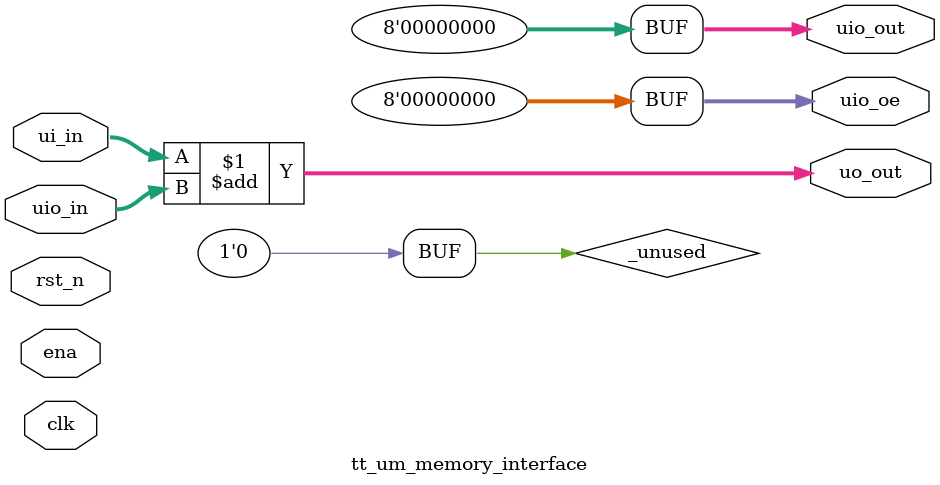
<source format=v>
/*
 * Copyright (c) 2024 UWASIC
 * SPDX-License-Identifier: Apache-2.0
 */

`default_nettype none

module tt_um_memory_interface (
    input  wire [7:0] ui_in,    // Dedicated inputs
    output wire [7:0] uo_out,   // Dedicated outputs
    input  wire [7:0] uio_in,   // IOs: Input path
    output wire [7:0] uio_out,   // IOs: Output path
    output wire [7:0] uio_oe,   // IOs: Enable path (active high: 0=input, 1=output)
    input  wire       ena,      // always 1 when the design is powered, so you can ignore it
    input  wire       clk,      // clock
    input  wire       rst_n     // reset_n - low to reset
);

  // All output pins must be assigned. If not used, assign to 0.
  assign uo_out  = ui_in + uio_in;  // Example: ou_out is the sum of ui_in and uio_in
  assign uio_out = 0;
  assign uio_oe  = 0;

  // List all unused inputs to prevent warnings
  wire _unused = &{ena, clk, rst_n, 1'b0};



endmodule

</source>
